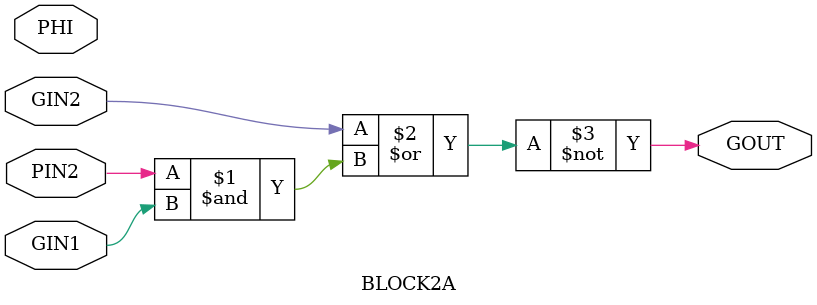
<source format=v>
module BLOCK2A ( PIN2, GIN1, GIN2, PHI, GOUT );
input  PIN2;
input  GIN1;
input  GIN2;
input  PHI;
output GOUT;
   assign GOUT =  ~ (GIN2 | (PIN2 & GIN1));
endmodule
</source>
